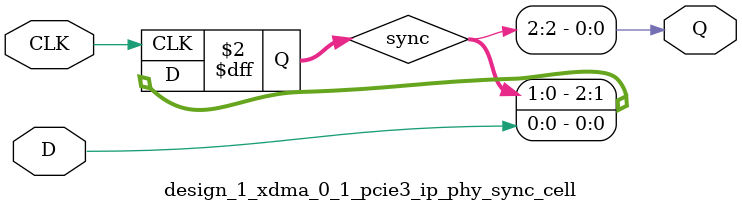
<source format=v>





`timescale 1ps / 1ps



//-------------------------------------------------------------------------------------------------
//  Synchronizer Library Module
//-------------------------------------------------------------------------------------------------
module design_1_xdma_0_1_pcie3_ip_phy_sync_cell #
(
    parameter integer STAGE = 2
)
(
    //-------------------------------------------------------------------------- 
    //  Input Ports
    //-------------------------------------------------------------------------- 
    input                               CLK,
    input                               D,
    
    //-------------------------------------------------------------------------- 
    //  Output Ports
    //-------------------------------------------------------------------------- 
    output                              Q
);

    //-------------------------------------------------------------------------- 
    //  Synchronized Signals
    //--------------------------------------------------------------------------  
    (* KEEP = "TRUE", ASYNC_REG = "TRUE", SHIFT_EXTRACT = "NO" *) reg [STAGE:0] sync;                                                            



//--------------------------------------------------------------------------------------------------
//  Synchronizier
//--------------------------------------------------------------------------------------------------
always @ (posedge CLK)
begin

    sync <= {sync[(STAGE-1):0], D};
            
end   



//--------------------------------------------------------------------------------------------------
//  Generate Output
//--------------------------------------------------------------------------------------------------
assign Q = sync[STAGE];


endmodule


</source>
